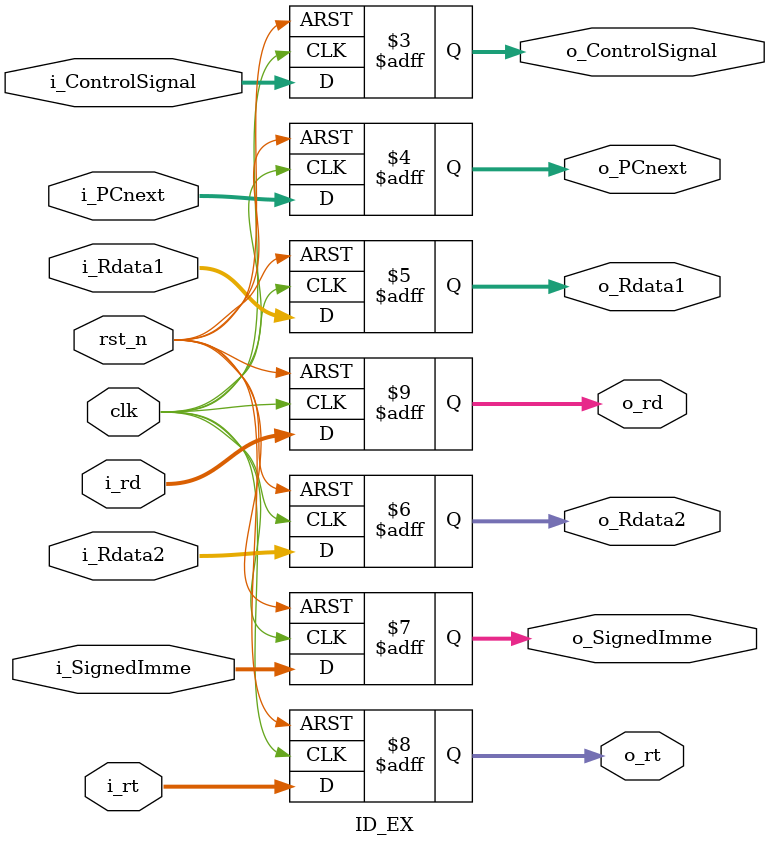
<source format=v>
module ID_EX(
    input clk, rst_n,
    input [8:0] i_ControlSignal, // 8-7 : ALUOp, 6: ALUSrc, 5: RegDst / 4: Branch, 3: MemRead, 2: MemWrite / 1: RegWrite, 0: MemtoReg
    // The order is sorted so that MSB must be firstly used each stage. 
    input [31:0] i_PCnext,
    input [31:0] i_Rdata1, i_Rdata2,
    input [31:0] i_SignedImme,
    input [4:0] i_rt, i_rd,
    output reg [8:0] o_ControlSignal,
    output reg [31:0] o_PCnext,
    output reg [31:0] o_Rdata1, o_Rdata2,
    output reg [31:0] o_SignedImme,
    output reg [4:0] o_rt, o_rd
);

always @(posedge clk, negedge rst_n) begin
if(!rst_n)
    {o_ControlSignal, o_PCnext, o_Rdata1, o_Rdata2, o_SignedImme, o_rt, o_rd} <= 142'b0;
else 
    {o_ControlSignal, o_PCnext, o_Rdata1, o_Rdata2, o_SignedImme, o_rt, o_rd} 
    <= {i_ControlSignal, i_PCnext, i_Rdata1, i_Rdata2, i_SignedImme, i_rt, i_rd};
end

endmodule
</source>
